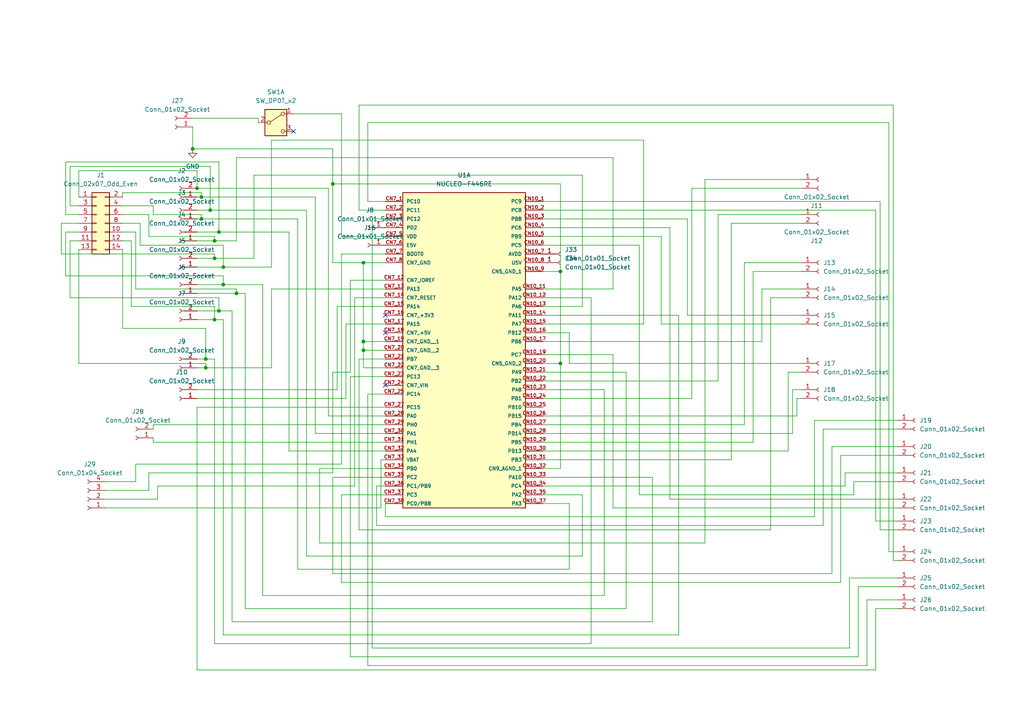
<source format=kicad_sch>
(kicad_sch (version 20231120) (generator "eeschema") (generator_version "8.0")
  (paper "A4")
  (lib_symbols
    (symbol "00b:NUCLEO-F446RE" (pin_names (offset 1.016))
      (property "Reference" "U1" (at 0 45.72 0))
      (property "Value" "NUCLEO-F446RE" (at 0 43.18 0))
      (symbol "NUCLEO-F446RE_1_0"
        (rectangle (start -17.78 40.64) (end 17.78 -50.8) (stroke (width 0.254)) (fill (type background)))
        (pin bidirectional line (at 22.86 38.1 180) (length 5.08) (name "PC9") (number "CN10_1"))
        (pin bidirectional line (at 22.86 12.7 180) (length 5.08) (name "PA5") (number "CN10_11"))
        (pin bidirectional line (at 22.86 10.16 180) (length 5.08) (name "PA12") (number "CN10_12"))
        (pin bidirectional line (at 22.86 7.62 180) (length 5.08) (name "PA6") (number "CN10_13"))
        (pin bidirectional line (at 22.86 5.08 180) (length 5.08) (name "PA11") (number "CN10_14"))
        (pin bidirectional line (at 22.86 2.54 180) (length 5.08) (name "PA7") (number "CN10_15"))
        (pin bidirectional line (at 22.86 0 180) (length 5.08) (name "PB12") (number "CN10_16"))
        (pin bidirectional line (at 22.86 -2.54 180) (length 5.08) (name "PB6") (number "CN10_17"))
        (pin bidirectional line (at 22.86 -6.35 180) (length 5.08) (name "PC7") (number "CN10_19"))
        (pin bidirectional line (at 22.86 35.56 180) (length 5.08) (name "PC8") (number "CN10_2"))
        (pin power_in line (at 22.86 -8.89 180) (length 5.08) (name "CN5_GND_2") (number "CN10_20"))
        (pin bidirectional line (at 22.86 -11.43 180) (length 5.08) (name "PA9") (number "CN10_21"))
        (pin bidirectional line (at 22.86 -13.97 180) (length 5.08) (name "PB2") (number "CN10_22"))
        (pin bidirectional line (at 22.86 -16.51 180) (length 5.08) (name "PA8") (number "CN10_23"))
        (pin bidirectional line (at 22.86 -19.05 180) (length 5.08) (name "PB1") (number "CN10_24"))
        (pin bidirectional line (at 22.86 -21.59 180) (length 5.08) (name "PB10") (number "CN10_25"))
        (pin bidirectional line (at 22.86 -24.13 180) (length 5.08) (name "PB15") (number "CN10_26"))
        (pin bidirectional line (at 22.86 -26.67 180) (length 5.08) (name "PB4") (number "CN10_27"))
        (pin bidirectional line (at 22.86 -29.21 180) (length 5.08) (name "PB14") (number "CN10_28"))
        (pin bidirectional line (at 22.86 -31.75 180) (length 5.08) (name "PB5") (number "CN10_29"))
        (pin bidirectional line (at 22.86 33.02 180) (length 5.08) (name "PB8") (number "CN10_3"))
        (pin bidirectional line (at 22.86 -34.29 180) (length 5.08) (name "PB13") (number "CN10_30"))
        (pin bidirectional line (at 22.86 -36.83 180) (length 5.08) (name "PB3") (number "CN10_31"))
        (pin power_in line (at 22.86 -39.37 180) (length 5.08) (name "CN9_AGND_1") (number "CN10_32"))
        (pin bidirectional line (at 22.86 -41.91 180) (length 5.08) (name "PA10") (number "CN10_33"))
        (pin bidirectional line (at 22.86 -44.45 180) (length 5.08) (name "PC4") (number "CN10_34"))
        (pin bidirectional line (at 22.86 -46.99 180) (length 5.08) (name "PA2") (number "CN10_35"))
        (pin bidirectional line (at 22.86 -49.53 180) (length 5.08) (name "PA3") (number "CN10_37"))
        (pin bidirectional line (at 22.86 30.48 180) (length 5.08) (name "PC6") (number "CN10_4"))
        (pin bidirectional line (at 22.86 27.94 180) (length 5.08) (name "PB9") (number "CN10_5"))
        (pin bidirectional line (at 22.86 25.4 180) (length 5.08) (name "PC5") (number "CN10_6"))
        (pin power_in line (at 22.86 22.86 180) (length 5.08) (name "AVDD") (number "CN10_7"))
        (pin power_in line (at 22.86 20.32 180) (length 5.08) (name "U5V") (number "CN10_8"))
        (pin power_in line (at 22.86 17.78 180) (length 5.08) (name "CN5_GND_1") (number "CN10_9"))
        (pin bidirectional line (at -22.86 38.1 0) (length 5.08) (name "PC10") (number "CN7_1"))
        (pin bidirectional line (at -22.86 15.24 0) (length 5.08) (name "CN7_IOREF") (number "CN7_12"))
        (pin bidirectional line (at -22.86 12.7 0) (length 5.08) (name "PA13") (number "CN7_13"))
        (pin bidirectional line (at -22.86 10.16 0) (length 5.08) (name "CN7_RESET") (number "CN7_14"))
        (pin bidirectional line (at -22.86 7.62 0) (length 5.08) (name "PA14") (number "CN7_15"))
        (pin power_in line (at -22.86 5.08 0) (length 5.08) (name "CN7_+3V3") (number "CN7_16"))
        (pin bidirectional line (at -22.86 2.54 0) (length 5.08) (name "PA15") (number "CN7_17"))
        (pin power_in line (at -22.86 0 0) (length 5.08) (name "CN7_+5V") (number "CN7_18"))
        (pin power_in line (at -22.86 -2.54 0) (length 5.08) (name "CN7_GND__1") (number "CN7_19"))
        (pin bidirectional line (at -22.86 35.56 0) (length 5.08) (name "PC11") (number "CN7_2"))
        (pin power_in line (at -22.86 -5.08 0) (length 5.08) (name "CN7_GND__2") (number "CN7_20"))
        (pin bidirectional line (at -22.86 -7.62 0) (length 5.08) (name "PB7") (number "CN7_21"))
        (pin power_in line (at -22.86 -10.16 0) (length 5.08) (name "CN7_GND__3") (number "CN7_22"))
        (pin bidirectional line (at -22.86 -12.7 0) (length 5.08) (name "PC13") (number "CN7_23"))
        (pin power_in line (at -22.86 -15.24 0) (length 5.08) (name "CN7_VIN") (number "CN7_24"))
        (pin bidirectional line (at -22.86 -17.78 0) (length 5.08) (name "PC14") (number "CN7_25"))
        (pin bidirectional line (at -22.86 -21.59 0) (length 5.08) (name "PC15") (number "CN7_27"))
        (pin bidirectional line (at -22.86 -24.13 0) (length 5.08) (name "PA0") (number "CN7_28"))
        (pin bidirectional line (at -22.86 -26.67 0) (length 5.08) (name "PH0") (number "CN7_29"))
        (pin bidirectional line (at -22.86 33.02 0) (length 5.08) (name "PC12") (number "CN7_3"))
        (pin bidirectional line (at -22.86 -29.21 0) (length 5.08) (name "PA1") (number "CN7_30"))
        (pin bidirectional line (at -22.86 -31.75 0) (length 5.08) (name "PH1") (number "CN7_31"))
        (pin bidirectional line (at -22.86 -34.29 0) (length 5.08) (name "PA4") (number "CN7_32"))
        (pin power_in line (at -22.86 -36.83 0) (length 5.08) (name "VBAT") (number "CN7_33"))
        (pin bidirectional line (at -22.86 -39.37 0) (length 5.08) (name "PB0") (number "CN7_34"))
        (pin bidirectional line (at -22.86 -41.91 0) (length 5.08) (name "PC2") (number "CN7_35"))
        (pin bidirectional line (at -22.86 -44.45 0) (length 5.08) (name "PC1/PB9") (number "CN7_36"))
        (pin bidirectional line (at -22.86 -46.99 0) (length 5.08) (name "PC3") (number "CN7_37"))
        (pin bidirectional line (at -22.86 -49.53 0) (length 5.08) (name "PC0/PB8") (number "CN7_38"))
        (pin bidirectional line (at -22.86 30.48 0) (length 5.08) (name "PD2") (number "CN7_4"))
        (pin power_in line (at -22.86 27.94 0) (length 5.08) (name "VDD") (number "CN7_5"))
        (pin power_in line (at -22.86 25.4 0) (length 5.08) (name "E5V") (number "CN7_6"))
        (pin bidirectional line (at -22.86 22.86 0) (length 5.08) (name "BOOT0") (number "CN7_7"))
        (pin power_in line (at -22.86 20.32 0) (length 5.08) (name "CN7_GND") (number "CN7_8"))
      )
      (symbol "NUCLEO-F446RE_2_0"
        (rectangle (start -12.7 -43.18) (end 12.7 38.1) (stroke (width 0.254)) (fill (type background)))
        (pin bidirectional line (at 17.78 15.24 180) (length 5.08) (name "PC9") (number "CN10_1"))
        (pin bidirectional line (at -17.78 22.86 0) (length 5.08) (name "PA5") (number "CN10_11"))
        (pin bidirectional line (at -17.78 5.08 0) (length 5.08) (name "PA12") (number "CN10_12"))
        (pin bidirectional line (at -17.78 20.32 0) (length 5.08) (name "PA6") (number "CN10_13"))
        (pin bidirectional line (at -17.78 7.62 0) (length 5.08) (name "PA11") (number "CN10_14"))
        (pin bidirectional line (at -17.78 17.78 0) (length 5.08) (name "PA7") (number "CN10_15"))
        (pin bidirectional line (at -17.78 -22.86 0) (length 5.08) (name "PB12") (number "CN10_16"))
        (pin bidirectional line (at -17.78 -12.7 0) (length 5.08) (name "PB6") (number "CN10_17"))
        (pin bidirectional line (at 17.78 20.32 180) (length 5.08) (name "PC7") (number "CN10_19"))
        (pin bidirectional line (at 17.78 17.78 180) (length 5.08) (name "PC8") (number "CN10_2"))
        (pin power_in line (at 17.78 -40.64 180) (length 5.08) (name "CN10_GND__1") (number "CN10_20"))
        (pin bidirectional line (at -17.78 12.7 0) (length 5.08) (name "PA9") (number "CN10_21"))
        (pin bidirectional line (at -17.78 -2.54 0) (length 5.08) (name "PB2") (number "CN10_22"))
        (pin bidirectional line (at -17.78 15.24 0) (length 5.08) (name "PA8") (number "CN10_23"))
        (pin bidirectional line (at -17.78 0 0) (length 5.08) (name "PB1") (number "CN10_24"))
        (pin bidirectional line (at -17.78 -20.32 0) (length 5.08) (name "PB10") (number "CN10_25"))
        (pin bidirectional line (at -17.78 -30.48 0) (length 5.08) (name "PB15") (number "CN10_26"))
        (pin bidirectional line (at -17.78 -7.62 0) (length 5.08) (name "PB4") (number "CN10_27"))
        (pin bidirectional line (at -17.78 -27.94 0) (length 5.08) (name "PB14") (number "CN10_28"))
        (pin bidirectional line (at -17.78 -10.16 0) (length 5.08) (name "PB5") (number "CN10_29"))
        (pin bidirectional line (at -17.78 -15.24 0) (length 5.08) (name "PB8") (number "CN10_3"))
        (pin bidirectional line (at -17.78 -25.4 0) (length 5.08) (name "PB13") (number "CN10_30"))
        (pin bidirectional line (at -17.78 -5.08 0) (length 5.08) (name "PB3") (number "CN10_31"))
        (pin power_in line (at 17.78 -35.56 180) (length 5.08) (name "AGND") (number "CN10_32"))
        (pin bidirectional line (at -17.78 10.16 0) (length 5.08) (name "PA10") (number "CN10_33"))
        (pin bidirectional line (at 17.78 27.94 180) (length 5.08) (name "PC4") (number "CN10_34"))
        (pin bidirectional line (at -17.78 27.94 0) (length 5.08) (name "PA2") (number "CN10_35"))
        (pin bidirectional line (at -17.78 25.4 0) (length 5.08) (name "PA3") (number "CN10_37"))
        (pin bidirectional line (at 17.78 22.86 180) (length 5.08) (name "PC6") (number "CN10_4"))
        (pin bidirectional line (at -17.78 -17.78 0) (length 5.08) (name "PB9") (number "CN10_5"))
        (pin bidirectional line (at 17.78 25.4 180) (length 5.08) (name "PC5") (number "CN10_6"))
        (pin power_in line (at 17.78 35.56 180) (length 5.08) (name "AVDD") (number "CN10_7"))
        (pin power_in line (at 17.78 33.02 180) (length 5.08) (name "U5V") (number "CN10_8"))
        (pin power_in line (at 17.78 -38.1 180) (length 5.08) (name "CN10_GND") (number "CN10_9"))
      )
      (symbol "NUCLEO-F446RE_3_0"
        (rectangle (start -15.24 -15.24) (end 15.24 10.16) (stroke (width 0.254)) (fill (type background)))
        (pin bidirectional line (at -20.32 -5.08 0) (length 5.08) (name "CN6_IOREF") (number "CN6_2"))
        (pin bidirectional line (at -20.32 -2.54 0) (length 5.08) (name "CN6_RESET") (number "CN6_3"))
        (pin power_in line (at 20.32 2.54 180) (length 5.08) (name "CN6_+3V3") (number "CN6_4"))
        (pin power_in line (at 20.32 5.08 180) (length 5.08) (name "CN6_+5V") (number "CN6_5"))
        (pin power_in line (at 20.32 -10.16 180) (length 5.08) (name "CN6_GND") (number "CN6_6"))
        (pin power_in line (at 20.32 -12.7 180) (length 5.08) (name "CN6_GND__1") (number "CN6_7"))
        (pin power_in line (at 20.32 7.62 180) (length 5.08) (name "CN6_VIN") (number "CN6_8"))
      )
      (symbol "NUCLEO-F446RE_4_0"
        (rectangle (start -5.08 -12.7) (end 5.08 12.7) (stroke (width 0.254)) (fill (type background)))
        (pin input line (at -10.16 10.16 0) (length 5.08) (name "D0") (number "CN9_1"))
        (pin output line (at -10.16 7.62 0) (length 5.08) (name "D1") (number "CN9_2"))
        (pin bidirectional line (at -10.16 2.54 0) (length 5.08) (name "D2") (number "CN9_3"))
        (pin bidirectional line (at -10.16 0 0) (length 5.08) (name "D3") (number "CN9_4"))
        (pin bidirectional line (at -10.16 -2.54 0) (length 5.08) (name "D4") (number "CN9_5"))
        (pin bidirectional line (at -10.16 -5.08 0) (length 5.08) (name "D5") (number "CN9_6"))
        (pin bidirectional line (at -10.16 -7.62 0) (length 5.08) (name "D6") (number "CN9_7"))
        (pin bidirectional line (at -10.16 -10.16 0) (length 5.08) (name "D7") (number "CN9_8"))
      )
      (symbol "NUCLEO-F446RE_5_0"
        (rectangle (start -5.08 -10.16) (end 5.08 7.62) (stroke (width 0.254)) (fill (type background)))
        (pin input line (at -10.16 5.08 0) (length 5.08) (name "A0") (number "CN8_1"))
        (pin input line (at -10.16 2.54 0) (length 5.08) (name "A1") (number "CN8_2"))
        (pin input line (at -10.16 0 0) (length 5.08) (name "A2") (number "CN8_3"))
        (pin input line (at -10.16 -2.54 0) (length 5.08) (name "A3") (number "CN8_4"))
        (pin input line (at -10.16 -5.08 0) (length 5.08) (name "A4") (number "CN8_5"))
        (pin input line (at -10.16 -7.62 0) (length 5.08) (name "A5") (number "CN8_6"))
      )
      (symbol "NUCLEO-F446RE_6_0"
        (rectangle (start -10.16 -17.78) (end 10.16 15.24) (stroke (width 0.254)) (fill (type background)))
        (pin bidirectional line (at -15.24 7.62 0) (length 5.08) (name "D8") (number "CN5_1"))
        (pin bidirectional clock (at -15.24 -10.16 0) (length 5.08) (name "D15") (number "CN5_10"))
        (pin bidirectional line (at -15.24 5.08 0) (length 5.08) (name "D9") (number "CN5_2"))
        (pin bidirectional line (at -15.24 2.54 0) (length 5.08) (name "D10") (number "CN5_3"))
        (pin bidirectional line (at -15.24 0 0) (length 5.08) (name "D11") (number "CN5_4"))
        (pin bidirectional line (at -15.24 -2.54 0) (length 5.08) (name "D12") (number "CN5_5"))
        (pin bidirectional clock (at -15.24 -5.08 0) (length 5.08) (name "D13") (number "CN5_6"))
        (pin power_in line (at 15.24 -15.24 180) (length 5.08) (name "CN5_GND") (number "CN5_7"))
        (pin power_in line (at 15.24 12.7 180) (length 5.08) (name "AREF") (number "CN5_8"))
        (pin bidirectional line (at -15.24 -7.62 0) (length 5.08) (name "D14") (number "CN5_9"))
      )
    )
    (symbol "Connector:Conn_01x01_Socket" (pin_names (offset 1.016) hide)
      (property "Reference" "J" (at 0 2.54 0))
      (property "Value" "Conn_01x01_Socket" (at 0 -2.54 0))
      (symbol "Conn_01x01_Socket_1_1"
        (polyline (pts (xy -1.27 0) (xy -0.508 0)) (stroke (width 0.1524)))
        (arc (start 0 0.508) (mid -0.5058 0) (end 0 -0.508) (stroke (width 0.1524)))
        (pin passive line (at -5.08 0 0) (length 3.81) (name "Pin_1") (number "1"))
      )
    )
    (symbol "Connector:Conn_01x02_Socket" (pin_names (offset 1.016) hide)
      (property "Reference" "J" (at 0 2.54 0))
      (property "Value" "Conn_01x02_Socket" (at 0 -5.08 0))
      (symbol "Conn_01x02_Socket_1_1"
        (arc (start 0 -2.032) (mid -0.5058 -2.54) (end 0 -3.048) (stroke (width 0.1524)))
        (polyline (pts (xy -1.27 -2.54) (xy -0.508 -2.54)) (stroke (width 0.1524)))
        (polyline (pts (xy -1.27 0) (xy -0.508 0)) (stroke (width 0.1524)))
        (arc (start 0 0.508) (mid -0.5058 0) (end 0 -0.508) (stroke (width 0.1524)))
        (pin passive line (at -5.08 0 0) (length 3.81) (name "Pin_1") (number "1"))
        (pin passive line (at -5.08 -2.54 0) (length 3.81) (name "Pin_2") (number "2"))
      )
    )
    (symbol "Connector:Conn_01x04_Socket" (pin_names (offset 1.016) hide)
      (property "Reference" "J" (at 0 5.08 0))
      (property "Value" "Conn_01x04_Socket" (at 0 -7.62 0))
      (symbol "Conn_01x04_Socket_1_1"
        (arc (start 0 -4.572) (mid -0.5058 -5.08) (end 0 -5.588) (stroke (width 0.1524)))
        (arc (start 0 -2.032) (mid -0.5058 -2.54) (end 0 -3.048) (stroke (width 0.1524)))
        (polyline (pts (xy -1.27 -5.08) (xy -0.508 -5.08)) (stroke (width 0.1524)))
        (polyline (pts (xy -1.27 -2.54) (xy -0.508 -2.54)) (stroke (width 0.1524)))
        (polyline (pts (xy -1.27 0) (xy -0.508 0)) (stroke (width 0.1524)))
        (polyline (pts (xy -1.27 2.54) (xy -0.508 2.54)) (stroke (width 0.1524)))
        (arc (start 0 0.508) (mid -0.5058 0) (end 0 -0.508) (stroke (width 0.1524)))
        (arc (start 0 3.048) (mid -0.5058 2.54) (end 0 2.032) (stroke (width 0.1524)))
        (pin passive line (at -5.08 2.54 0) (length 3.81) (name "Pin_1") (number "1"))
        (pin passive line (at -5.08 0 0) (length 3.81) (name "Pin_2") (number "2"))
        (pin passive line (at -5.08 -2.54 0) (length 3.81) (name "Pin_3") (number "3"))
        (pin passive line (at -5.08 -5.08 0) (length 3.81) (name "Pin_4") (number "4"))
      )
    )
    (symbol "Connector_Generic:Conn_02x07_Odd_Even" (pin_names (offset 1.016) hide)
      (property "Reference" "J" (at 1.27 10.16 0))
      (property "Value" "Conn_02x07_Odd_Even" (at 1.27 -10.16 0))
      (symbol "Conn_02x07_Odd_Even_1_1"
        (rectangle (start -1.27 -7.493) (end 0 -7.747) (stroke (width 0.1524)))
        (rectangle (start -1.27 -4.953) (end 0 -5.207) (stroke (width 0.1524)))
        (rectangle (start -1.27 -2.413) (end 0 -2.667) (stroke (width 0.1524)))
        (rectangle (start -1.27 0.127) (end 0 -0.127) (stroke (width 0.1524)))
        (rectangle (start -1.27 2.667) (end 0 2.413) (stroke (width 0.1524)))
        (rectangle (start -1.27 5.207) (end 0 4.953) (stroke (width 0.1524)))
        (rectangle (start -1.27 7.747) (end 0 7.493) (stroke (width 0.1524)))
        (rectangle (start -1.27 8.89) (end 3.81 -8.89) (stroke (width 0.254)) (fill (type background)))
        (rectangle (start 3.81 -7.493) (end 2.54 -7.747) (stroke (width 0.1524)))
        (rectangle (start 3.81 -4.953) (end 2.54 -5.207) (stroke (width 0.1524)))
        (rectangle (start 3.81 -2.413) (end 2.54 -2.667) (stroke (width 0.1524)))
        (rectangle (start 3.81 0.127) (end 2.54 -0.127) (stroke (width 0.1524)))
        (rectangle (start 3.81 2.667) (end 2.54 2.413) (stroke (width 0.1524)))
        (rectangle (start 3.81 5.207) (end 2.54 4.953) (stroke (width 0.1524)))
        (rectangle (start 3.81 7.747) (end 2.54 7.493) (stroke (width 0.1524)))
        (pin passive line (at -5.08 7.62 0) (length 3.81) (name "Pin_1") (number "1"))
        (pin passive line (at 7.62 -2.54 180) (length 3.81) (name "Pin_10") (number "10"))
        (pin passive line (at -5.08 -5.08 0) (length 3.81) (name "Pin_11") (number "11"))
        (pin passive line (at 7.62 -5.08 180) (length 3.81) (name "Pin_12") (number "12"))
        (pin passive line (at -5.08 -7.62 0) (length 3.81) (name "Pin_13") (number "13"))
        (pin passive line (at 7.62 -7.62 180) (length 3.81) (name "Pin_14") (number "14"))
        (pin passive line (at 7.62 7.62 180) (length 3.81) (name "Pin_2") (number "2"))
        (pin passive line (at -5.08 5.08 0) (length 3.81) (name "Pin_3") (number "3"))
        (pin passive line (at 7.62 5.08 180) (length 3.81) (name "Pin_4") (number "4"))
        (pin passive line (at -5.08 2.54 0) (length 3.81) (name "Pin_5") (number "5"))
        (pin passive line (at 7.62 2.54 180) (length 3.81) (name "Pin_6") (number "6"))
        (pin passive line (at -5.08 0 0) (length 3.81) (name "Pin_7") (number "7"))
        (pin passive line (at 7.62 0 180) (length 3.81) (name "Pin_8") (number "8"))
        (pin passive line (at -5.08 -2.54 0) (length 3.81) (name "Pin_9") (number "9"))
      )
    )
    (symbol "Switch:SW_DPDT_x2" (pin_names (offset 0) hide)
      (property "Reference" "SW" (at 0 5.08 0))
      (property "Value" "SW_DPDT_x2" (at 0 -5.08 0))
      (symbol "SW_DPDT_x2_0_0"
        (circle (center -2.032 0) (radius 0.508))
        (circle (center 2.032 -2.54) (radius 0.508))
      )
      (symbol "SW_DPDT_x2_0_1"
        (rectangle (start -3.175 3.81) (end 3.175 -3.81) (stroke (width 0.254)) (fill (type background)))
        (polyline (pts (xy -1.524 0.254) (xy 1.5748 2.286)))
        (circle (center 2.032 2.54) (radius 0.508))
      )
      (symbol "SW_DPDT_x2_1_1"
        (pin passive line (at 5.08 2.54 180) (length 2.54) (name "A") (number "1"))
        (pin passive line (at -5.08 0 0) (length 2.54) (name "B") (number "2"))
        (pin passive line (at 5.08 -2.54 180) (length 2.54) (name "C") (number "3"))
      )
      (symbol "SW_DPDT_x2_2_1"
        (pin passive line (at 5.08 2.54 180) (length 2.54) (name "A") (number "4"))
        (pin passive line (at -5.08 0 0) (length 2.54) (name "B") (number "5"))
        (pin passive line (at 5.08 -2.54 180) (length 2.54) (name "C") (number "6"))
      )
    )
    (symbol "power:GND" (power) (pin_numbers hide) (pin_names (offset 0) hide)
      (property "Value" "GND" (at 0 -3.81 0))
      (symbol "GND_0_1"
        (polyline (pts (xy 0 0) (xy 0 -1.27) (xy 1.27 -1.27) (xy 0 -2.54) (xy -1.27 -1.27) (xy 0 -1.27)))
      )
      (symbol "GND_1_1"
        (pin power_in line (at 0 0 270) (length 0) (name "~") (number "1"))
      )
    )
  )
  (junction (at 55.88 43.18))
  (junction (at 57.15 54.61))
  (junction (at 105.41 101.6))
  (junction (at 105.41 99.06))
  (junction (at 62.23 74.93))
  (junction (at 63.5 90.17))
  (junction (at 162.56 78.74))
  (junction (at 62.23 69.85))
  (junction (at 162.56 105.41))
  (junction (at 62.23 92.71))
  (junction (at 59.69 106.68))
  (junction (at 58.42 57.15))
  (junction (at 60.96 60.96))
  (junction (at 68.58 85.09))
  (junction (at 64.77 77.47))
  (junction (at 64.77 82.55))
  (junction (at 96.52 53.34))
  (junction (at 63.5 67.31))
  (junction (at 58.42 63.5))
  (junction (at 59.69 104.14))
  (junction (at 105.41 76.2))
  (no_connect (at 111.76 91.44))
  (no_connect (at 111.76 111.76))
  (no_connect (at 111.76 96.52))
  (no_connect (at 85.09 38.1))
  (wire (pts (xy 64.77 80.01) (xy 19.05 80.01)))
  (wire (pts (xy 105.41 76.2) (xy 96.52 76.2)))
  (wire (pts (xy 71.12 85.09) (xy 68.58 85.09)))
  (wire (pts (xy 186.69 40.64) (xy 78.74 40.64)))
  (wire (pts (xy 101.6 109.22) (xy 101.6 190.5)))
  (wire (pts (xy 111.76 58.42) (xy 106.68 58.42)))
  (wire (pts (xy 162.56 53.34) (xy 96.52 53.34)))
  (wire (pts (xy 57.15 49.53) (xy 22.86 49.53)))
  (wire (pts (xy 39.37 83.82) (xy 39.37 67.31)))
  (wire (pts (xy 255.27 153.67) (xy 260.35 153.67)))
  (wire (pts (xy 189.23 180.34) (xy 67.31 180.34)))
  (wire (pts (xy 110.49 133.35) (xy 110.49 147.32)))
  (wire (pts (xy 238.76 124.46) (xy 260.35 124.46)))
  (wire (pts (xy 102.87 140.97) (xy 45.72 140.97)))
  (wire (pts (xy 68.58 45.72) (xy 68.58 69.85)))
  (wire (pts (xy 165.1 105.41) (xy 232.41 105.41)))
  (wire (pts (xy 162.56 135.89) (xy 162.56 105.41)))
  (wire (pts (xy 22.86 49.53) (xy 22.86 57.15)))
  (wire (pts (xy 111.76 83.82) (xy 78.74 83.82)))
  (wire (pts (xy 175.26 113.03) (xy 175.26 172.72)))
  (wire (pts (xy 111.76 101.6) (xy 105.41 101.6)))
  (wire (pts (xy 78.74 106.68) (xy 59.69 106.68)))
  (wire (pts (xy 64.77 184.15) (xy 64.77 92.71)))
  (wire (pts (xy 62.23 88.9) (xy 38.1 88.9)))
  (wire (pts (xy 111.76 125.73) (xy 91.44 125.73)))
  (wire (pts (xy 204.47 157.48) (xy 204.47 52.07)))
  (wire (pts (xy 57.15 118.11) (xy 57.15 194.31)))
  (wire (pts (xy 181.61 176.53) (xy 71.12 176.53)))
  (wire (pts (xy 57.15 194.31) (xy 254 194.31)))
  (wire (pts (xy 157.48 120.65) (xy 231.14 120.65)))
  (wire (pts (xy 157.48 143.51) (xy 168.91 143.51)))
  (wire (pts (xy 62.23 74.93) (xy 57.15 74.93)))
  (wire (pts (xy 110.49 147.32) (xy 30.48 147.32)))
  (wire (pts (xy 157.48 107.95) (xy 181.61 107.95)))
  (wire (pts (xy 157.48 66.04) (xy 194.31 66.04)))
  (wire (pts (xy 55.88 34.29) (xy 74.93 34.29)))
  (wire (pts (xy 111.76 128.27) (xy 44.45 128.27)))
  (wire (pts (xy 64.77 82.55) (xy 57.15 82.55)))
  (wire (pts (xy 86.36 165.1) (xy 86.36 63.5)))
  (wire (pts (xy 259.08 162.56) (xy 260.35 162.56)))
  (wire (pts (xy 83.82 130.81) (xy 83.82 67.31)))
  (wire (pts (xy 199.39 91.44) (xy 232.41 91.44)))
  (wire (pts (xy 236.22 149.86) (xy 236.22 121.92)))
  (wire (pts (xy 238.76 152.4) (xy 238.76 124.46)))
  (wire (pts (xy 157.48 83.82) (xy 177.8 83.82)))
  (wire (pts (xy 101.6 190.5) (xy 248.92 190.5)))
  (wire (pts (xy 105.41 101.6) (xy 105.41 99.06)))
  (wire (pts (xy 157.48 138.43) (xy 189.23 138.43)))
  (wire (pts (xy 231.14 120.65) (xy 231.14 115.57)))
  (wire (pts (xy 38.1 88.9) (xy 38.1 69.85)))
  (wire (pts (xy 168.91 50.8) (xy 73.66 50.8)))
  (wire (pts (xy 111.76 118.11) (xy 57.15 118.11)))
  (wire (pts (xy 177.8 102.87) (xy 177.8 147.32)))
  (wire (pts (xy 157.48 91.44) (xy 196.85 91.44)))
  (wire (pts (xy 157.48 96.52) (xy 165.1 96.52)))
  (wire (pts (xy 111.76 81.28) (xy 101.6 81.28)))
  (wire (pts (xy 68.58 69.85) (xy 62.23 69.85)))
  (wire (pts (xy 64.77 71.12) (xy 40.64 71.12)))
  (wire (pts (xy 22.86 105.41) (xy 22.86 72.39)))
  (wire (pts (xy 200.66 115.57) (xy 200.66 54.61)))
  (wire (pts (xy 218.44 128.27) (xy 218.44 78.74)))
  (wire (pts (xy 63.5 86.36) (xy 20.32 86.36)))
  (wire (pts (xy 106.68 193.04) (xy 251.46 193.04)))
  (wire (pts (xy 101.6 107.95) (xy 96.52 107.95)))
  (wire (pts (xy 106.68 58.42) (xy 106.68 35.56)))
  (wire (pts (xy 162.56 78.74) (xy 162.56 53.34)))
  (wire (pts (xy 111.76 146.05) (xy 111.76 149.86)))
  (wire (pts (xy 68.58 83.82) (xy 39.37 83.82)))
  (wire (pts (xy 218.44 78.74) (xy 232.41 78.74)))
  (wire (pts (xy 71.12 176.53) (xy 71.12 85.09)))
  (wire (pts (xy 228.6 107.95) (xy 232.41 107.95)))
  (wire (pts (xy 35.56 95.25) (xy 35.56 72.39)))
  (wire (pts (xy 62.23 92.71) (xy 62.23 88.9)))
  (wire (pts (xy 58.42 57.15) (xy 57.15 57.15)))
  (wire (pts (xy 196.85 91.44) (xy 196.85 184.15)))
  (wire (pts (xy 86.36 63.5) (xy 58.42 63.5)))
  (wire (pts (xy 43.18 142.24) (xy 30.48 142.24)))
  (wire (pts (xy 35.56 55.88) (xy 35.56 57.15)))
  (wire (pts (xy 62.23 69.85) (xy 62.23 68.58)))
  (wire (pts (xy 171.45 186.69) (xy 62.23 186.69)))
  (wire (pts (xy 63.5 67.31) (xy 57.15 67.31)))
  (wire (pts (xy 20.32 48.26) (xy 20.32 59.69)))
  (wire (pts (xy 96.52 138.43) (xy 96.52 166.37)))
  (wire (pts (xy 162.56 105.41) (xy 157.48 105.41)))
  (wire (pts (xy 257.81 160.02) (xy 260.35 160.02)))
  (wire (pts (xy 255.27 58.42) (xy 255.27 153.67)))
  (wire (pts (xy 58.42 63.5) (xy 58.42 62.23)))
  (wire (pts (xy 101.6 81.28) (xy 101.6 107.95)))
  (wire (pts (xy 68.58 85.09) (xy 57.15 85.09)))
  (wire (pts (xy 68.58 85.09) (xy 68.58 83.82)))
  (wire (pts (xy 208.28 110.49) (xy 208.28 62.23)))
  (wire (pts (xy 111.76 130.81) (xy 83.82 130.81)))
  (wire (pts (xy 91.44 57.15) (xy 58.42 57.15)))
  (wire (pts (xy 248.92 190.5) (xy 248.92 170.18)))
  (wire (pts (xy 59.69 95.25) (xy 35.56 95.25)))
  (wire (pts (xy 251.46 193.04) (xy 251.46 173.99)))
  (wire (pts (xy 104.14 104.14) (xy 104.14 153.67)))
  (wire (pts (xy 95.25 120.65) (xy 95.25 54.61)))
  (wire (pts (xy 64.77 82.55) (xy 64.77 80.01)))
  (wire (pts (xy 99.06 68.58) (xy 99.06 33.02)))
  (wire (pts (xy 220.98 83.82) (xy 232.41 83.82)))
  (wire (pts (xy 194.31 144.78) (xy 260.35 144.78)))
  (wire (pts (xy 189.23 138.43) (xy 189.23 180.34)))
  (wire (pts (xy 60.96 60.96) (xy 57.15 60.96)))
  (wire (pts (xy 175.26 172.72) (xy 76.2 172.72)))
  (wire (pts (xy 186.69 93.98) (xy 186.69 40.64)))
  (wire (pts (xy 223.52 153.67) (xy 223.52 86.36)))
  (wire (pts (xy 73.66 50.8) (xy 73.66 74.93)))
  (wire (pts (xy 62.23 68.58) (xy 43.18 68.58)))
  (wire (pts (xy 45.72 144.78) (xy 30.48 144.78)))
  (wire (pts (xy 59.69 104.14) (xy 57.15 104.14)))
  (wire (pts (xy 254 176.53) (xy 254 194.31)))
  (wire (pts (xy 157.48 60.96) (xy 254 60.96)))
  (wire (pts (xy 105.41 76.2) (xy 105.41 99.06)))
  (wire (pts (xy 95.25 54.61) (xy 57.15 54.61)))
  (wire (pts (xy 99.06 134.62) (xy 39.37 134.62)))
  (wire (pts (xy 99.06 143.51) (xy 99.06 168.91)))
  (wire (pts (xy 43.18 137.16) (xy 43.18 142.24)))
  (wire (pts (xy 107.95 63.5) (xy 107.95 187.96)))
  (wire (pts (xy 111.76 120.65) (xy 95.25 120.65)))
  (wire (pts (xy 44.45 62.23) (xy 44.45 59.69)))
  (wire (pts (xy 67.31 180.34) (xy 67.31 90.17)))
  (wire (pts (xy 105.41 106.68) (xy 105.41 101.6)))
  (wire (pts (xy 106.68 114.3) (xy 106.68 193.04)))
  (wire (pts (xy 157.48 146.05) (xy 165.1 146.05)))
  (wire (pts (xy 231.14 115.57) (xy 232.41 115.57)))
  (wire (pts (xy 157.48 135.89) (xy 162.56 135.89)))
  (wire (pts (xy 200.66 54.61) (xy 232.41 54.61)))
  (wire (pts (xy 100.33 93.98) (xy 100.33 115.57)))
  (wire (pts (xy 245.11 140.97) (xy 245.11 137.16)))
  (wire (pts (xy 17.78 73.66) (xy 17.78 64.77)))
  (wire (pts (xy 96.52 137.16) (xy 43.18 137.16)))
  (wire (pts (xy 59.69 106.68) (xy 57.15 106.68)))
  (wire (pts (xy 58.42 63.5) (xy 57.15 63.5)))
  (wire (pts (xy 177.8 147.32) (xy 260.35 147.32)))
  (wire (pts (xy 39.37 139.7) (xy 30.48 139.7)))
  (wire (pts (xy 111.76 88.9) (xy 97.79 88.9)))
  (wire (pts (xy 157.48 63.5) (xy 199.39 63.5)))
  (wire (pts (xy 88.9 60.96) (xy 60.96 60.96)))
  (wire (pts (xy 257.81 35.56) (xy 257.81 160.02)))
  (wire (pts (xy 88.9 161.29) (xy 88.9 60.96)))
  (wire (pts (xy 259.08 30.48) (xy 259.08 162.56)))
  (wire (pts (xy 96.52 43.18) (xy 55.88 43.18)))
  (wire (pts (xy 92.71 135.89) (xy 92.71 157.48)))
  (wire (pts (xy 58.42 57.15) (xy 58.42 55.88)))
  (wire (pts (xy 157.48 88.9) (xy 168.91 88.9)))
  (wire (pts (xy 191.77 93.98) (xy 232.41 93.98)))
  (wire (pts (xy 196.85 184.15) (xy 64.77 184.15)))
  (wire (pts (xy 162.56 78.74) (xy 157.48 78.74)))
  (wire (pts (xy 78.74 83.82) (xy 78.74 106.68)))
  (wire (pts (xy 208.28 62.23) (xy 232.41 62.23)))
  (wire (pts (xy 185.42 143.51) (xy 247.65 143.51)))
  (wire (pts (xy 76.2 172.72) (xy 76.2 82.55)))
  (wire (pts (xy 107.95 187.96) (xy 246.38 187.96)))
  (wire (pts (xy 96.52 107.95) (xy 96.52 137.16)))
  (wire (pts (xy 60.96 60.96) (xy 60.96 48.26)))
  (wire (pts (xy 40.64 71.12) (xy 40.64 64.77)))
  (wire (pts (xy 104.14 153.67) (xy 223.52 153.67)))
  (wire (pts (xy 63.5 90.17) (xy 63.5 86.36)))
  (wire (pts (xy 220.98 99.06) (xy 220.98 83.82)))
  (wire (pts (xy 157.48 140.97) (xy 245.11 140.97)))
  (wire (pts (xy 55.88 43.18) (xy 55.88 36.83)))
  (wire (pts (xy 171.45 86.36) (xy 171.45 186.69)))
  (wire (pts (xy 43.18 62.23) (xy 35.56 62.23)))
  (wire (pts (xy 63.5 90.17) (xy 57.15 90.17)))
  (wire (pts (xy 212.09 64.77) (xy 232.41 64.77)))
  (wire (pts (xy 215.9 123.19) (xy 215.9 76.2)))
  (wire (pts (xy 157.48 113.03) (xy 175.26 113.03)))
  (wire (pts (xy 157.48 102.87) (xy 177.8 102.87)))
  (wire (pts (xy 157.48 71.12) (xy 185.42 71.12)))
  (wire (pts (xy 247.65 139.7) (xy 260.35 139.7)))
  (wire (pts (xy 109.22 140.97) (xy 109.22 152.4)))
  (wire (pts (xy 157.48 93.98) (xy 186.69 93.98)))
  (wire (pts (xy 111.76 114.3) (xy 106.68 114.3)))
  (wire (pts (xy 212.09 133.35) (xy 212.09 64.77)))
  (wire (pts (xy 204.47 52.07) (xy 232.41 52.07)))
  (wire (pts (xy 19.05 46.99) (xy 19.05 62.23)))
  (wire (pts (xy 185.42 71.12) (xy 185.42 143.51)))
  (wire (pts (xy 157.48 130.81) (xy 228.6 130.81)))
  (wire (pts (xy 157.48 86.36) (xy 171.45 86.36)))
  (wire (pts (xy 111.76 123.19) (xy 44.45 123.19)))
  (wire (pts (xy 111.76 135.89) (xy 92.71 135.89)))
  (wire (pts (xy 246.38 167.64) (xy 260.35 167.64)))
  (wire (pts (xy 246.38 187.96) (xy 246.38 167.64)))
  (wire (pts (xy 39.37 134.62) (xy 39.37 139.7)))
  (wire (pts (xy 38.1 69.85) (xy 35.56 69.85)))
  (wire (pts (xy 62.23 73.66) (xy 17.78 73.66)))
  (wire (pts (xy 17.78 64.77) (xy 22.86 64.77)))
  (wire (pts (xy 78.74 40.64) (xy 78.74 77.47)))
  (wire (pts (xy 111.76 73.66) (xy 99.06 73.66)))
  (wire (pts (xy 243.84 132.08) (xy 260.35 132.08)))
  (wire (pts (xy 102.87 86.36) (xy 102.87 140.97)))
  (wire (pts (xy 111.76 109.22) (xy 101.6 109.22)))
  (wire (pts (xy 111.76 99.06) (xy 105.41 99.06)))
  (wire (pts (xy 20.32 86.36) (xy 20.32 69.85)))
  (wire (pts (xy 157.48 58.42) (xy 255.27 58.42)))
  (wire (pts (xy 229.87 125.73) (xy 229.87 113.03)))
  (wire (pts (xy 40.64 64.77) (xy 35.56 64.77)))
  (wire (pts (xy 157.48 128.27) (xy 218.44 128.27)))
  (wire (pts (xy 19.05 80.01) (xy 19.05 67.31)))
  (wire (pts (xy 96.52 53.34) (xy 96.52 43.18)))
  (wire (pts (xy 165.1 96.52) (xy 165.1 105.41)))
  (wire (pts (xy 111.76 63.5) (xy 107.95 63.5)))
  (wire (pts (xy 241.3 129.54) (xy 260.35 129.54)))
  (wire (pts (xy 62.23 74.93) (xy 62.23 73.66)))
  (wire (pts (xy 111.76 104.14) (xy 104.14 104.14)))
  (wire (pts (xy 99.06 168.91) (xy 243.84 168.91)))
  (wire (pts (xy 248.92 170.18) (xy 260.35 170.18)))
  (wire (pts (xy 111.76 68.58) (xy 99.06 68.58)))
  (wire (pts (xy 76.2 82.55) (xy 64.77 82.55)))
  (wire (pts (xy 229.87 113.03) (xy 232.41 113.03)))
  (wire (pts (xy 20.32 59.69) (xy 22.86 59.69)))
  (wire (pts (xy 111.76 106.68) (xy 105.41 106.68)))
  (wire (pts (xy 111.76 93.98) (xy 100.33 93.98)))
  (wire (pts (xy 92.71 157.48) (xy 204.47 157.48)))
  (wire (pts (xy 157.48 125.73) (xy 229.87 125.73)))
  (wire (pts (xy 57.15 54.61) (xy 57.15 49.53)))
  (wire (pts (xy 64.77 77.47) (xy 64.77 71.12)))
  (wire (pts (xy 58.42 55.88) (xy 35.56 55.88)))
  (wire (pts (xy 111.76 60.96) (xy 104.14 60.96)))
  (wire (pts (xy 236.22 121.92) (xy 260.35 121.92)))
  (wire (pts (xy 83.82 67.31) (xy 63.5 67.31)))
  (wire (pts (xy 43.18 68.58) (xy 43.18 62.23)))
  (wire (pts (xy 228.6 130.81) (xy 228.6 107.95)))
  (wire (pts (xy 62.23 69.85) (xy 57.15 69.85)))
  (wire (pts (xy 59.69 104.14) (xy 59.69 95.25)))
  (wire (pts (xy 19.05 67.31) (xy 22.86 67.31)))
  (wire (pts (xy 165.1 165.1) (xy 86.36 165.1)))
  (wire (pts (xy 20.32 69.85) (xy 22.86 69.85)))
  (wire (pts (xy 67.31 90.17) (xy 63.5 90.17)))
  (wire (pts (xy 59.69 106.68) (xy 59.69 105.41)))
  (wire (pts (xy 157.48 123.19) (xy 215.9 123.19)))
  (wire (pts (xy 177.8 45.72) (xy 68.58 45.72)))
  (wire (pts (xy 168.91 161.29) (xy 88.9 161.29)))
  (wire (pts (xy 243.84 168.91) (xy 243.84 132.08)))
  (wire (pts (xy 199.39 63.5) (xy 199.39 91.44)))
  (wire (pts (xy 254 151.13) (xy 260.35 151.13)))
  (wire (pts (xy 111.76 138.43) (xy 96.52 138.43)))
  (wire (pts (xy 104.14 60.96) (xy 104.14 30.48)))
  (wire (pts (xy 63.5 67.31) (xy 63.5 46.99)))
  (wire (pts (xy 111.76 149.86) (xy 236.22 149.86)))
  (wire (pts (xy 39.37 67.31) (xy 35.56 67.31)))
  (wire (pts (xy 78.74 77.47) (xy 64.77 77.47)))
  (wire (pts (xy 191.77 68.58) (xy 191.77 93.98)))
  (wire (pts (xy 91.44 125.73) (xy 91.44 57.15)))
  (wire (pts (xy 251.46 173.99) (xy 260.35 173.99)))
  (wire (pts (xy 97.79 113.03) (xy 57.15 113.03)))
  (wire (pts (xy 45.72 140.97) (xy 45.72 144.78)))
  (wire (pts (xy 168.91 88.9) (xy 168.91 50.8)))
  (wire (pts (xy 44.45 59.69) (xy 35.56 59.69)))
  (wire (pts (xy 241.3 166.37) (xy 241.3 129.54)))
  (wire (pts (xy 109.22 152.4) (xy 238.76 152.4)))
  (wire (pts (xy 104.14 30.48) (xy 259.08 30.48)))
  (wire (pts (xy 59.69 105.41) (xy 22.86 105.41)))
  (wire (pts (xy 111.76 140.97) (xy 109.22 140.97)))
  (wire (pts (xy 60.96 48.26) (xy 20.32 48.26)))
  (wire (pts (xy 223.52 86.36) (xy 232.41 86.36)))
  (wire (pts (xy 62.23 92.71) (xy 57.15 92.71)))
  (wire (pts (xy 157.48 133.35) (xy 212.09 133.35)))
  (wire (pts (xy 247.65 143.51) (xy 247.65 139.7)))
  (wire (pts (xy 44.45 128.27) (xy 44.45 127)))
  (wire (pts (xy 58.42 62.23) (xy 44.45 62.23)))
  (wire (pts (xy 157.48 68.58) (xy 191.77 68.58)))
  (wire (pts (xy 165.1 146.05) (xy 165.1 165.1)))
  (wire (pts (xy 254 60.96) (xy 254 151.13)))
  (wire (pts (xy 64.77 92.71) (xy 62.23 92.71)))
  (wire (pts (xy 157.48 99.06) (xy 220.98 99.06)))
  (wire (pts (xy 254 176.53) (xy 260.35 176.53)))
  (wire (pts (xy 63.5 46.99) (xy 19.05 46.99)))
  (wire (pts (xy 64.77 77.47) (xy 57.15 77.47)))
  (wire (pts (xy 162.56 105.41) (xy 162.56 78.74)))
  (wire (pts (xy 73.66 74.93) (xy 62.23 74.93)))
  (wire (pts (xy 245.11 137.16) (xy 260.35 137.16)))
  (wire (pts (xy 168.91 143.51) (xy 168.91 161.29)))
  (wire (pts (xy 157.48 115.57) (xy 200.66 115.57)))
  (wire (pts (xy 62.23 104.14) (xy 59.69 104.14)))
  (wire (pts (xy 97.79 88.9) (xy 97.79 113.03)))
  (wire (pts (xy 74.93 34.29) (xy 74.93 35.56)))
  (wire (pts (xy 99.06 33.02) (xy 85.09 33.02)))
  (wire (pts (xy 157.48 110.49) (xy 208.28 110.49)))
  (wire (pts (xy 44.45 123.19) (xy 44.45 124.46)))
  (wire (pts (xy 194.31 66.04) (xy 194.31 144.78)))
  (wire (pts (xy 100.33 115.57) (xy 57.15 115.57)))
  (wire (pts (xy 111.76 143.51) (xy 99.06 143.51)))
  (wire (pts (xy 177.8 83.82) (xy 177.8 45.72)))
  (wire (pts (xy 111.76 76.2) (xy 105.41 76.2)))
  (wire (pts (xy 99.06 73.66) (xy 99.06 134.62)))
  (wire (pts (xy 106.68 35.56) (xy 257.81 35.56)))
  (wire (pts (xy 111.76 86.36) (xy 102.87 86.36)))
  (wire (pts (xy 96.52 76.2) (xy 96.52 53.34)))
  (wire (pts (xy 111.76 133.35) (xy 110.49 133.35)))
  (wire (pts (xy 181.61 107.95) (xy 181.61 176.53)))
  (wire (pts (xy 62.23 186.69) (xy 62.23 104.14)))
  (wire (pts (xy 19.05 62.23) (xy 22.86 62.23)))
  (wire (pts (xy 96.52 166.37) (xy 241.3 166.37)))
  (wire (pts (xy 215.9 76.2) (xy 232.41 76.2)))
  (symbol (lib_id "Connector:Conn_01x02_Socket") (at 52.07 77.47 180) (unit 1)
    (property "Reference" "J5" (at 52.705 69.85 0))
    (property "Value" "Conn_01x02_Socket" (at 52.705 72.39 0))
    (property "Footprint" "Connector_JST:JST_XH_B2B-XH-AM_1x02_P2.50mm_Vertical" (effects (hide yes)))
    (property "Description" "Generic connector, single row, 01x02, script generated" (effects (hide yes)))
  )
  (symbol (lib_id "Connector:Conn_01x04_Socket") (at 25.4 144.78 180) (unit 1)
    (property "Reference" "J29" (at 26.035 134.62 0))
    (property "Value" "Conn_01x04_Socket" (at 26.035 137.16 0))
    (property "Footprint" "Connector_JST:JST_XH_B4B-XH-AM_1x04_P2.50mm_Vertical" (effects (hide yes)))
    (property "Description" "Generic connector, single row, 01x04, script generated" (effects (hide yes)))
  )
  (symbol (lib_id "Connector_Generic:Conn_02x07_Odd_Even") (at 27.94 64.77 0) (unit 1)
    (property "Reference" "J1" (at 29.21 50.8 0))
    (property "Value" "Conn_02x07_Odd_Even" (at 29.21 53.34 0))
    (property "Footprint" "Connector_PinHeader_2.54mm:PinHeader_2x07_P2.54mm_Vertical" (effects (hide yes)))
    (property "Description" "Generic connector, double row, 02x07, odd/even pin numbering scheme (row 1 odd numbers, row 2 even numbers), script generated (kicad-library-utils/schlib/autogen/connector/)" (effects (hide yes)))
  )
  (symbol (lib_id "Switch:SW_DPDT_x2") (at 80.01 35.56 0) (unit 1)
    (property "Reference" "SW1" (at 80.01 26.67 0))
    (property "Value" "SW_DPDT_x2" (at 80.01 29.21 0))
    (property "Footprint" "Connector_PinHeader_2.54mm:PinHeader_1x03_P2.54mm_Vertical" (effects (hide yes)))
    (property "Description" "Switch, dual pole double throw, separate symbols" (effects (hide yes)))
  )
  (symbol (lib_id "Connector:Conn_01x02_Socket") (at 52.07 63.5 180) (unit 1)
    (property "Reference" "J3" (at 52.705 55.88 0))
    (property "Value" "Conn_01x02_Socket" (at 52.705 58.42 0))
    (property "Footprint" "Connector_JST:JST_XH_B2B-XH-AM_1x02_P2.50mm_Vertical" (effects (hide yes)))
    (property "Description" "Generic connector, single row, 01x02, script generated" (effects (hide yes)))
  )
  (symbol (lib_id "power:GND") (at 55.88 43.18 0) (unit 1)
    (property "Reference" "#PWR01" (effects (hide yes)))
    (property "Value" "GND" (at 55.88 48.26 0))
    (property "Description" "Power symbol creates a global label with name \"GND\" , ground" (effects (hide yes)))
  )
  (symbol (lib_id "Connector:Conn_01x02_Socket") (at 265.43 137.16 0) (unit 1)
    (property "Reference" "J21" (at 266.7 137.1599 0) (effects (justify left)))
    (property "Value" "Conn_01x02_Socket" (at 266.7 139.6999 0) (effects (justify left)))
    (property "Footprint" "Connector_JST:JST_XH_B2B-XH-AM_1x02_P2.50mm_Vertical" (effects (hide yes)))
    (property "Description" "Generic connector, single row, 01x02, script generated" (effects (hide yes)))
  )
  (symbol (lib_id "Connector:Conn_01x02_Socket") (at 50.8 36.83 180) (unit 1)
    (property "Reference" "J27" (at 51.435 29.21 0))
    (property "Value" "Conn_01x02_Socket" (at 51.435 31.75 0))
    (property "Footprint" "Connector_JST:JST_XH_B2B-XH-AM_1x02_P2.50mm_Vertical" (effects (hide yes)))
    (property "Description" "Generic connector, single row, 01x02, script generated" (effects (hide yes)))
  )
  (symbol (lib_id "Connector:Conn_01x02_Socket") (at 52.07 85.09 180) (unit 1)
    (property "Reference" "J6" (at 52.705 77.47 0))
    (property "Value" "Conn_01x02_Socket" (at 52.705 80.01 0))
    (property "Footprint" "Connector_JST:JST_XH_B2B-XH-AM_1x02_P2.50mm_Vertical" (effects (hide yes)))
    (property "Description" "Generic connector, single row, 01x02, script generated" (effects (hide yes)))
  )
  (symbol (lib_id "00b:NUCLEO-F446RE") (at 134.62 96.52 0) (unit 1)
    (property "Reference" "U1" (at 134.62 50.8 0))
    (property "Value" "NUCLEO-F446RE" (at 134.62 53.34 0))
    (property "Footprint" "NUCLEO_F446RE:MODULE_NUCLEO-F446RE" (effects (hide yes)))
    (property "PARTREV" "13" (effects (hide yes)))
    (property "STANDARD" "Manufacturer Recommendations" (effects (hide yes)))
    (property "MANUFACTURER" "STMicroelectronics" (effects (hide yes)))
  )
  (symbol (lib_id "Connector:Conn_01x02_Socket") (at 265.43 121.92 0) (unit 1)
    (property "Reference" "J19" (at 266.7 121.9199 0) (effects (justify left)))
    (property "Value" "Conn_01x02_Socket" (at 266.7 124.4599 0) (effects (justify left)))
    (property "Footprint" "Connector_JST:JST_XH_B2B-XH-AM_1x02_P2.50mm_Vertical" (effects (hide yes)))
    (property "Description" "Generic connector, single row, 01x02, script generated" (effects (hide yes)))
  )
  (symbol (lib_id "Connector:Conn_01x02_Socket") (at 237.49 105.41 0) (unit 1)
    (property "Reference" "J17" (at 238.76 105.4099 0) (effects (justify left)))
    (property "Value" "Conn_01x02_Socket" (at 238.76 107.9499 0) (effects (justify left)))
    (property "Footprint" "Connector_JST:JST_XH_B2B-XH-AM_1x02_P2.50mm_Vertical" (effects (hide yes)))
    (property "Description" "Generic connector, single row, 01x02, script generated" (effects (hide yes)))
  )
  (symbol (lib_id "Connector:Conn_01x02_Socket") (at 237.49 62.23 0) (unit 1)
    (property "Reference" "J12" (at 236.855 69.85 0))
    (property "Value" "Conn_01x02_Socket" (at 236.855 67.31 0))
    (property "Footprint" "Connector_JST:JST_XH_B2B-XH-AM_1x02_P2.50mm_Vertical" (effects (hide yes)))
    (property "Description" "Generic connector, single row, 01x02, script generated" (effects (hide yes)))
  )
  (symbol (lib_id "Connector:Conn_01x02_Socket") (at 52.07 57.15 180) (unit 1)
    (property "Reference" "J2" (at 52.705 49.53 0))
    (property "Value" "Conn_01x02_Socket" (at 52.705 52.07 0))
    (property "Footprint" "Connector_JST:JST_XH_B2B-XH-AM_1x02_P2.50mm_Vertical" (effects (hide yes)))
    (property "Description" "Generic connector, single row, 01x02, script generated" (effects (hide yes)))
  )
  (symbol (lib_id "Connector:Conn_01x01_Socket") (at 162.56 76.2 0) (unit 1)
    (property "Reference" "J34" (at 163.83 74.9299 0) (effects (justify left)))
    (property "Value" "Conn_01x01_Socket" (at 163.83 77.4699 0) (effects (justify left)))
    (property "Footprint" "Connector_JST:JST_XH_B1B-XH-AM_1x01_P2.50mm_Vertical" (effects (hide yes)))
    (property "Description" "Generic connector, single row, 01x01, script generated" (effects (hide yes)))
  )
  (symbol (lib_id "Connector:Conn_01x02_Socket") (at 52.07 92.71 180) (unit 1)
    (property "Reference" "J7" (at 52.705 85.09 0))
    (property "Value" "Conn_01x02_Socket" (at 52.705 87.63 0))
    (property "Footprint" "Connector_JST:JST_XH_B2B-XH-AM_1x02_P2.50mm_Vertical" (effects (hide yes)))
    (property "Description" "Generic connector, single row, 01x02, script generated" (effects (hide yes)))
  )
  (symbol (lib_id "Connector:Conn_01x02_Socket") (at 265.43 144.78 0) (unit 1)
    (property "Reference" "J22" (at 266.7 144.7799 0) (effects (justify left)))
    (property "Value" "Conn_01x02_Socket" (at 266.7 147.3199 0) (effects (justify left)))
    (property "Footprint" "Connector_JST:JST_XH_B2B-XH-AM_1x02_P2.50mm_Vertical" (effects (hide yes)))
    (property "Description" "Generic connector, single row, 01x02, script generated" (effects (hide yes)))
  )
  (symbol (lib_id "Connector:Conn_01x02_Socket") (at 265.43 173.99 0) (unit 1)
    (property "Reference" "J26" (at 266.7 173.9899 0) (effects (justify left)))
    (property "Value" "Conn_01x02_Socket" (at 266.7 176.5299 0) (effects (justify left)))
    (property "Footprint" "Connector_JST:JST_XH_B2B-XH-AM_1x02_P2.50mm_Vertical" (effects (hide yes)))
    (property "Description" "Generic connector, single row, 01x02, script generated" (effects (hide yes)))
  )
  (symbol (lib_id "Connector:Conn_01x02_Socket") (at 265.43 160.02 0) (unit 1)
    (property "Reference" "J24" (at 266.7 160.0199 0) (effects (justify left)))
    (property "Value" "Conn_01x02_Socket" (at 266.7 162.5599 0) (effects (justify left)))
    (property "Footprint" "Connector_JST:JST_XH_B2B-XH-AM_1x02_P2.50mm_Vertical" (effects (hide yes)))
    (property "Description" "Generic connector, single row, 01x02, script generated" (effects (hide yes)))
  )
  (symbol (lib_id "Connector:Conn_01x02_Socket") (at 237.49 83.82 0) (unit 1)
    (property "Reference" "J14" (at 238.76 83.8199 0) (effects (justify left)))
    (property "Value" "Conn_01x02_Socket" (at 238.76 86.3599 0) (effects (justify left)))
    (property "Footprint" "Connector_JST:JST_XH_B2B-XH-AM_1x02_P2.50mm_Vertical" (effects (hide yes)))
    (property "Description" "Generic connector, single row, 01x02, script generated" (effects (hide yes)))
  )
  (symbol (lib_id "Connector:Conn_01x01_Socket") (at 162.56 73.66 0) (unit 1)
    (property "Reference" "J33" (at 163.83 72.3899 0) (effects (justify left)))
    (property "Value" "Conn_01x01_Socket" (at 163.83 74.9299 0) (effects (justify left)))
    (property "Footprint" "Connector_JST:JST_XH_B1B-XH-AM_1x01_P2.50mm_Vertical" (effects (hide yes)))
    (property "Description" "Generic connector, single row, 01x01, script generated" (effects (hide yes)))
  )
  (symbol (lib_id "Connector:Conn_01x02_Socket") (at 52.07 106.68 180) (unit 1)
    (property "Reference" "J9" (at 52.705 99.06 0))
    (property "Value" "Conn_01x02_Socket" (at 52.705 101.6 0))
    (property "Footprint" "Connector_JST:JST_XH_B2B-XH-AM_1x02_P2.50mm_Vertical" (effects (hide yes)))
    (property "Description" "Generic connector, single row, 01x02, script generated" (effects (hide yes)))
  )
  (symbol (lib_id "Connector:Conn_01x02_Socket") (at 52.07 115.57 180) (unit 1)
    (property "Reference" "J10" (at 52.705 107.95 0))
    (property "Value" "Conn_01x02_Socket" (at 52.705 110.49 0))
    (property "Footprint" "Connector_JST:JST_XH_B2B-XH-AM_1x02_P2.50mm_Vertical" (effects (hide yes)))
    (property "Description" "Generic connector, single row, 01x02, script generated" (effects (hide yes)))
  )
  (symbol (lib_id "Connector:Conn_01x02_Socket") (at 265.43 167.64 0) (unit 1)
    (property "Reference" "J25" (at 266.7 167.6399 0) (effects (justify left)))
    (property "Value" "Conn_01x02_Socket" (at 266.7 170.1799 0) (effects (justify left)))
    (property "Footprint" "Connector_JST:JST_XH_B2B-XH-AM_1x02_P2.50mm_Vertical" (effects (hide yes)))
    (property "Description" "Generic connector, single row, 01x02, script generated" (effects (hide yes)))
  )
  (symbol (lib_id "Connector:Conn_01x02_Socket") (at 237.49 52.07 0) (unit 1)
    (property "Reference" "J11" (at 236.855 59.69 0))
    (property "Value" "Conn_01x02_Socket" (at 236.855 57.15 0))
    (property "Footprint" "Connector_JST:JST_XH_B2B-XH-AM_1x02_P2.50mm_Vertical" (effects (hide yes)))
    (property "Description" "Generic connector, single row, 01x02, script generated" (effects (hide yes)))
  )
  (symbol (lib_id "Connector:Conn_01x02_Socket") (at 237.49 91.44 0) (unit 1)
    (property "Reference" "J15" (at 238.76 91.4399 0) (effects (justify left)))
    (property "Value" "Conn_01x02_Socket" (at 238.76 93.9799 0) (effects (justify left)))
    (property "Footprint" "Connector_JST:JST_XH_B2B-XH-AM_1x02_P2.50mm_Vertical" (effects (hide yes)))
    (property "Description" "Generic connector, single row, 01x02, script generated" (effects (hide yes)))
  )
  (symbol (lib_id "Connector:Conn_01x01_Socket") (at 106.68 66.04 180) (unit 1)
    (property "Reference" "J8" (at 107.315 60.96 0))
    (property "Value" "Conn_01x01_Socket" (at 107.315 63.5 0))
    (property "Footprint" "Connector_JST:JST_XH_B1B-XH-AM_1x01_P2.50mm_Vertical" (effects (hide yes)))
    (property "Description" "Generic connector, single row, 01x01, script generated" (effects (hide yes)))
  )
  (symbol (lib_id "Connector:Conn_01x02_Socket") (at 237.49 76.2 0) (unit 1)
    (property "Reference" "J13" (at 238.76 76.1999 0) (effects (justify left)))
    (property "Value" "Conn_01x02_Socket" (at 238.76 78.7399 0) (effects (justify left)))
    (property "Footprint" "Connector_JST:JST_XH_B2B-XH-AM_1x02_P2.50mm_Vertical" (effects (hide yes)))
    (property "Description" "Generic connector, single row, 01x02, script generated" (effects (hide yes)))
  )
  (symbol (lib_id "Connector:Conn_01x02_Socket") (at 237.49 113.03 0) (unit 1)
    (property "Reference" "J18" (at 238.76 113.0299 0) (effects (justify left)))
    (property "Value" "Conn_01x02_Socket" (at 238.76 115.5699 0) (effects (justify left)))
    (property "Footprint" "Connector_JST:JST_XH_B2B-XH-AM_1x02_P2.50mm_Vertical" (effects (hide yes)))
    (property "Description" "Generic connector, single row, 01x02, script generated" (effects (hide yes)))
  )
  (symbol (lib_id "Connector:Conn_01x01_Socket") (at 106.68 71.12 180) (unit 1)
    (property "Reference" "J16" (at 107.315 66.04 0))
    (property "Value" "Conn_01x01_Socket" (at 107.315 68.58 0))
    (property "Footprint" "Connector_JST:JST_XH_B1B-XH-AM_1x01_P2.50mm_Vertical" (effects (hide yes)))
    (property "Description" "Generic connector, single row, 01x01, script generated" (effects (hide yes)))
  )
  (symbol (lib_id "Connector:Conn_01x02_Socket") (at 39.37 127 180) (unit 1)
    (property "Reference" "J28" (at 40.005 119.38 0))
    (property "Value" "Conn_01x02_Socket" (at 40.005 121.92 0))
    (property "Footprint" "Connector_JST:JST_XH_B2B-XH-AM_1x02_P2.50mm_Vertical" (effects (hide yes)))
    (property "Description" "Generic connector, single row, 01x02, script generated" (effects (hide yes)))
  )
  (symbol (lib_id "Connector:Conn_01x02_Socket") (at 265.43 151.13 0) (unit 1)
    (property "Reference" "J23" (at 266.7 151.1299 0) (effects (justify left)))
    (property "Value" "Conn_01x02_Socket" (at 266.7 153.6699 0) (effects (justify left)))
    (property "Footprint" "Connector_JST:JST_XH_B2B-XH-AM_1x02_P2.50mm_Vertical" (effects (hide yes)))
    (property "Description" "Generic connector, single row, 01x02, script generated" (effects (hide yes)))
  )
  (symbol (lib_id "Connector:Conn_01x02_Socket") (at 52.07 69.85 180) (unit 1)
    (property "Reference" "J4" (at 52.705 62.23 0))
    (property "Value" "Conn_01x02_Socket" (at 52.705 64.77 0))
    (property "Footprint" "Connector_JST:JST_XH_B2B-XH-AM_1x02_P2.50mm_Vertical" (effects (hide yes)))
    (property "Description" "Generic connector, single row, 01x02, script generated" (effects (hide yes)))
  )
  (symbol (lib_id "Connector:Conn_01x02_Socket") (at 265.43 129.54 0) (unit 1)
    (property "Reference" "J20" (at 266.7 129.5399 0) (effects (justify left)))
    (property "Value" "Conn_01x02_Socket" (at 266.7 132.0799 0) (effects (justify left)))
    (property "Footprint" "Connector_JST:JST_XH_B2B-XH-AM_1x02_P2.50mm_Vertical" (effects (hide yes)))
    (property "Description" "Generic connector, single row, 01x02, script generated" (effects (hide yes)))
  )
)
</source>
